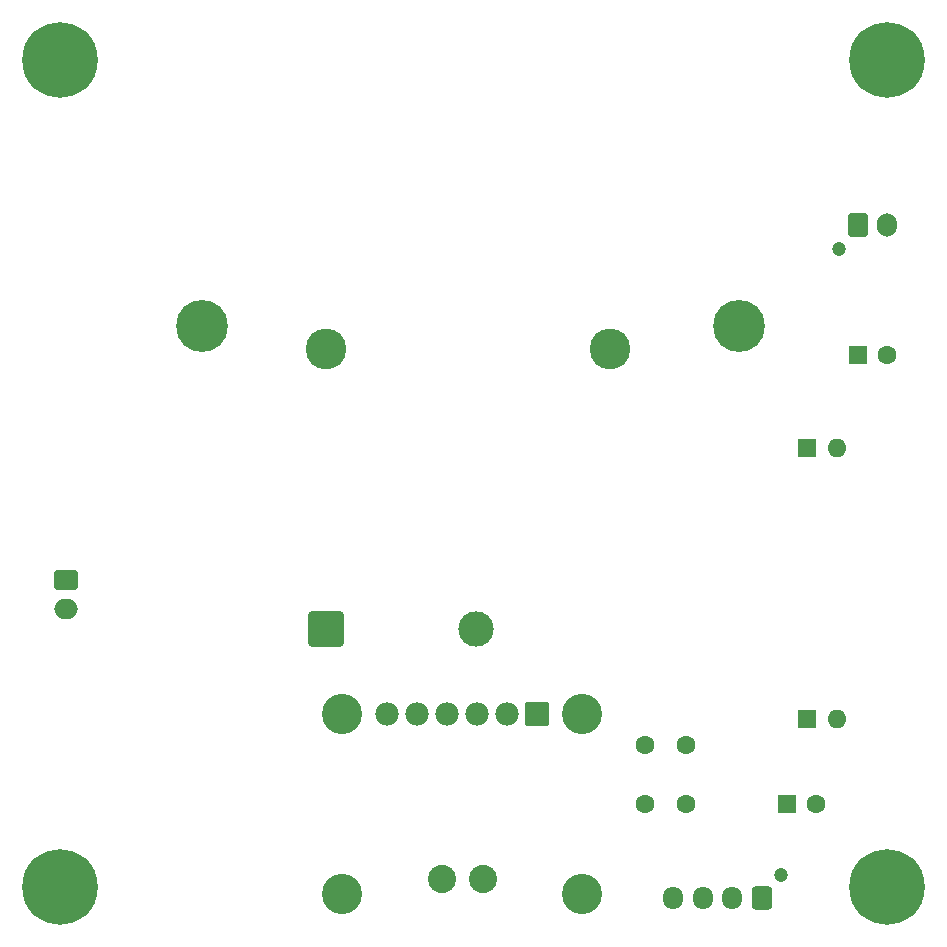
<source format=gbr>
%TF.GenerationSoftware,KiCad,Pcbnew,9.0.4*%
%TF.CreationDate,2025-10-26T00:43:49+05:45*%
%TF.ProjectId,battery_board,62617474-6572-4795-9f62-6f6172642e6b,rev?*%
%TF.SameCoordinates,Original*%
%TF.FileFunction,Soldermask,Top*%
%TF.FilePolarity,Negative*%
%FSLAX46Y46*%
G04 Gerber Fmt 4.6, Leading zero omitted, Abs format (unit mm)*
G04 Created by KiCad (PCBNEW 9.0.4) date 2025-10-26 00:43:49*
%MOMM*%
%LPD*%
G01*
G04 APERTURE LIST*
G04 Aperture macros list*
%AMRoundRect*
0 Rectangle with rounded corners*
0 $1 Rounding radius*
0 $2 $3 $4 $5 $6 $7 $8 $9 X,Y pos of 4 corners*
0 Add a 4 corners polygon primitive as box body*
4,1,4,$2,$3,$4,$5,$6,$7,$8,$9,$2,$3,0*
0 Add four circle primitives for the rounded corners*
1,1,$1+$1,$2,$3*
1,1,$1+$1,$4,$5*
1,1,$1+$1,$6,$7*
1,1,$1+$1,$8,$9*
0 Add four rect primitives between the rounded corners*
20,1,$1+$1,$2,$3,$4,$5,0*
20,1,$1+$1,$4,$5,$6,$7,0*
20,1,$1+$1,$6,$7,$8,$9,0*
20,1,$1+$1,$8,$9,$2,$3,0*%
G04 Aperture macros list end*
%ADD10C,0.800000*%
%ADD11C,6.400000*%
%ADD12RoundRect,0.250000X-0.550000X-0.550000X0.550000X-0.550000X0.550000X0.550000X-0.550000X0.550000X0*%
%ADD13C,1.600000*%
%ADD14C,3.450000*%
%ADD15RoundRect,0.249999X1.250001X-1.250001X1.250001X1.250001X-1.250001X1.250001X-1.250001X-1.250001X0*%
%ADD16C,3.000000*%
%ADD17RoundRect,0.102000X0.889000X0.889000X-0.889000X0.889000X-0.889000X-0.889000X0.889000X-0.889000X0*%
%ADD18C,1.982000*%
%ADD19C,3.404000*%
%ADD20C,2.388400*%
%ADD21RoundRect,0.250000X-0.750000X0.600000X-0.750000X-0.600000X0.750000X-0.600000X0.750000X0.600000X0*%
%ADD22O,2.000000X1.700000*%
%ADD23C,4.400000*%
%ADD24C,1.200000*%
%ADD25RoundRect,0.250000X0.600000X0.725000X-0.600000X0.725000X-0.600000X-0.725000X0.600000X-0.725000X0*%
%ADD26O,1.700000X1.950000*%
%ADD27RoundRect,0.250000X-0.600000X-0.750000X0.600000X-0.750000X0.600000X0.750000X-0.600000X0.750000X0*%
%ADD28O,1.700000X2.000000*%
%ADD29R,1.600000X1.600000*%
%ADD30O,1.600000X1.600000*%
G04 APERTURE END LIST*
D10*
%TO.C,REF\u002A\u002A*%
X107100000Y-125500000D03*
X107802944Y-123802944D03*
X107802944Y-127197056D03*
X109500000Y-123100000D03*
D11*
X109500000Y-125500000D03*
D10*
X109500000Y-127900000D03*
X111197056Y-123802944D03*
X111197056Y-127197056D03*
X111900000Y-125500000D03*
%TD*%
D12*
%TO.C,C2*%
X171000000Y-118500000D03*
D13*
X173500000Y-118500000D03*
%TD*%
D14*
%TO.C,BT1*%
X132000000Y-79940000D03*
X156000000Y-79940000D03*
D15*
X132000000Y-103660000D03*
D16*
X144700000Y-103660000D03*
%TD*%
D17*
%TO.C,U1*%
X149850000Y-110880000D03*
D18*
X147310000Y-110880000D03*
X144770000Y-110880000D03*
X142230000Y-110880000D03*
X139690000Y-110880000D03*
X137150000Y-110880000D03*
D19*
X153660000Y-126120000D03*
X133340000Y-126120000D03*
X153660000Y-110880000D03*
X133340000Y-110880000D03*
D20*
X141800000Y-124850000D03*
X145300000Y-124850000D03*
%TD*%
D21*
%TO.C,J_BATT_OUT1*%
X110000000Y-99500000D03*
D22*
X110000000Y-102000000D03*
%TD*%
D23*
%TO.C,REF\u002A\u002A*%
X121500000Y-78000000D03*
%TD*%
D13*
%TO.C,C4*%
X162500000Y-118500000D03*
X162500000Y-113500000D03*
%TD*%
D10*
%TO.C,REF\u002A\u002A*%
X107100000Y-55500000D03*
X107802944Y-53802944D03*
X107802944Y-57197056D03*
X109500000Y-53100000D03*
D11*
X109500000Y-55500000D03*
D10*
X109500000Y-57900000D03*
X111197056Y-53802944D03*
X111197056Y-57197056D03*
X111900000Y-55500000D03*
%TD*%
D13*
%TO.C,C3*%
X159000000Y-118500000D03*
X159000000Y-113500000D03*
%TD*%
D12*
%TO.C,C1*%
X177000000Y-80500000D03*
D13*
X179500000Y-80500000D03*
%TD*%
D24*
%TO.C,J3*%
X170500000Y-124500000D03*
D25*
X168900000Y-126500000D03*
D26*
X166400000Y-126500000D03*
X163900000Y-126500000D03*
X161400000Y-126500000D03*
%TD*%
D24*
%TO.C,J2*%
X175400000Y-71500000D03*
D27*
X177000000Y-69500000D03*
D28*
X179500000Y-69500000D03*
%TD*%
D29*
%TO.C,J1*%
X172755400Y-88360200D03*
D30*
X175295400Y-88360200D03*
D29*
X172679200Y-111296400D03*
D30*
X175219200Y-111296400D03*
%TD*%
D23*
%TO.C,REF\u002A\u002A*%
X167000000Y-78000000D03*
%TD*%
D10*
%TO.C,REF\u002A\u002A*%
X177100000Y-55500000D03*
X177802944Y-53802944D03*
X177802944Y-57197056D03*
X179500000Y-53100000D03*
D11*
X179500000Y-55500000D03*
D10*
X179500000Y-57900000D03*
X181197056Y-53802944D03*
X181197056Y-57197056D03*
X181900000Y-55500000D03*
%TD*%
%TO.C,REF\u002A\u002A*%
X177100000Y-125500000D03*
X177802944Y-123802944D03*
X177802944Y-127197056D03*
X179500000Y-123100000D03*
D11*
X179500000Y-125500000D03*
D10*
X179500000Y-127900000D03*
X181197056Y-123802944D03*
X181197056Y-127197056D03*
X181900000Y-125500000D03*
%TD*%
M02*

</source>
